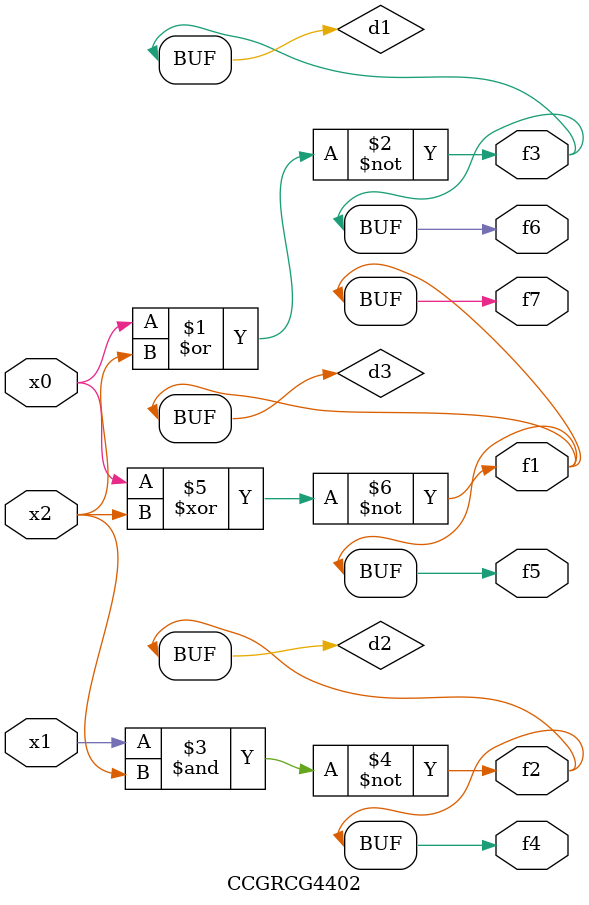
<source format=v>
module CCGRCG4402(
	input x0, x1, x2,
	output f1, f2, f3, f4, f5, f6, f7
);

	wire d1, d2, d3;

	nor (d1, x0, x2);
	nand (d2, x1, x2);
	xnor (d3, x0, x2);
	assign f1 = d3;
	assign f2 = d2;
	assign f3 = d1;
	assign f4 = d2;
	assign f5 = d3;
	assign f6 = d1;
	assign f7 = d3;
endmodule

</source>
